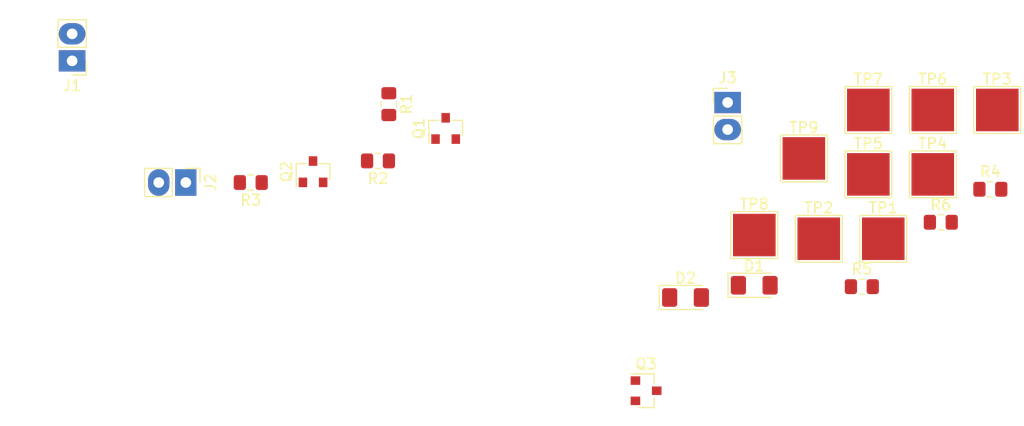
<source format=kicad_pcb>
(kicad_pcb (version 20171130) (host pcbnew "(5.1.5)-3")

  (general
    (thickness 1.6)
    (drawings 0)
    (tracks 0)
    (zones 0)
    (modules 23)
    (nets 13)
  )

  (page A4)
  (layers
    (0 F.Cu signal)
    (31 B.Cu signal)
    (32 B.Adhes user)
    (33 F.Adhes user)
    (34 B.Paste user)
    (35 F.Paste user)
    (36 B.SilkS user)
    (37 F.SilkS user)
    (38 B.Mask user)
    (39 F.Mask user)
    (40 Dwgs.User user)
    (41 Cmts.User user)
    (42 Eco1.User user)
    (43 Eco2.User user)
    (44 Edge.Cuts user)
    (45 Margin user)
    (46 B.CrtYd user)
    (47 F.CrtYd user)
    (48 B.Fab user)
    (49 F.Fab user)
  )

  (setup
    (last_trace_width 0.25)
    (trace_clearance 0.2)
    (zone_clearance 0.508)
    (zone_45_only no)
    (trace_min 0.2)
    (via_size 0.8)
    (via_drill 0.4)
    (via_min_size 0.4)
    (via_min_drill 0.3)
    (uvia_size 0.3)
    (uvia_drill 0.1)
    (uvias_allowed no)
    (uvia_min_size 0.2)
    (uvia_min_drill 0.1)
    (edge_width 0.05)
    (segment_width 0.2)
    (pcb_text_width 0.3)
    (pcb_text_size 1.5 1.5)
    (mod_edge_width 0.12)
    (mod_text_size 1 1)
    (mod_text_width 0.15)
    (pad_size 1.524 1.524)
    (pad_drill 0.762)
    (pad_to_mask_clearance 0.051)
    (solder_mask_min_width 0.25)
    (aux_axis_origin 0 0)
    (visible_elements FFFFFF7F)
    (pcbplotparams
      (layerselection 0x010fc_ffffffff)
      (usegerberextensions false)
      (usegerberattributes false)
      (usegerberadvancedattributes false)
      (creategerberjobfile false)
      (excludeedgelayer true)
      (linewidth 0.100000)
      (plotframeref false)
      (viasonmask false)
      (mode 1)
      (useauxorigin false)
      (hpglpennumber 1)
      (hpglpenspeed 20)
      (hpglpendiameter 15.000000)
      (psnegative false)
      (psa4output false)
      (plotreference true)
      (plotvalue true)
      (plotinvisibletext false)
      (padsonsilk false)
      (subtractmaskfromsilk false)
      (outputformat 1)
      (mirror false)
      (drillshape 1)
      (scaleselection 1)
      (outputdirectory ""))
  )

  (net 0 "")
  (net 1 "Net-(D1-Pad2)")
  (net 2 GND)
  (net 3 "Net-(D2-Pad2)")
  (net 4 +12V)
  (net 5 "Net-(J2-Pad1)")
  (net 6 "Net-(J3-Pad1)")
  (net 7 "Net-(Q1-Pad1)")
  (net 8 "Net-(Q2-Pad1)")
  (net 9 "Net-(Q3-Pad2)")
  (net 10 "Net-(Q1-Pad3)")
  (net 11 "Net-(Q2-Pad3)")
  (net 12 "Net-(Q3-Pad1)")

  (net_class Default "Toto je výchozí třída sítě."
    (clearance 0.2)
    (trace_width 0.25)
    (via_dia 0.8)
    (via_drill 0.4)
    (uvia_dia 0.3)
    (uvia_drill 0.1)
    (add_net +12V)
    (add_net GND)
    (add_net "Net-(D1-Pad2)")
    (add_net "Net-(D2-Pad2)")
    (add_net "Net-(J2-Pad1)")
    (add_net "Net-(J3-Pad1)")
    (add_net "Net-(Q1-Pad1)")
    (add_net "Net-(Q1-Pad3)")
    (add_net "Net-(Q2-Pad1)")
    (add_net "Net-(Q2-Pad3)")
    (add_net "Net-(Q3-Pad1)")
    (add_net "Net-(Q3-Pad2)")
  )

  (module Package_TO_SOT_SMD:SOT-23 (layer F.Cu) (tedit 5A02FF57) (tstamp 601022C2)
    (at 141.996 143.002)
    (descr "SOT-23, Standard")
    (tags SOT-23)
    (path /601128A3)
    (attr smd)
    (fp_text reference Q3 (at 0 -2.5) (layer F.SilkS)
      (effects (font (size 1 1) (thickness 0.15)))
    )
    (fp_text value BC817 (at 0 2.5) (layer F.Fab)
      (effects (font (size 1 1) (thickness 0.15)))
    )
    (fp_line (start 0.76 1.58) (end -0.7 1.58) (layer F.SilkS) (width 0.12))
    (fp_line (start 0.76 -1.58) (end -1.4 -1.58) (layer F.SilkS) (width 0.12))
    (fp_line (start -1.7 1.75) (end -1.7 -1.75) (layer F.CrtYd) (width 0.05))
    (fp_line (start 1.7 1.75) (end -1.7 1.75) (layer F.CrtYd) (width 0.05))
    (fp_line (start 1.7 -1.75) (end 1.7 1.75) (layer F.CrtYd) (width 0.05))
    (fp_line (start -1.7 -1.75) (end 1.7 -1.75) (layer F.CrtYd) (width 0.05))
    (fp_line (start 0.76 -1.58) (end 0.76 -0.65) (layer F.SilkS) (width 0.12))
    (fp_line (start 0.76 1.58) (end 0.76 0.65) (layer F.SilkS) (width 0.12))
    (fp_line (start -0.7 1.52) (end 0.7 1.52) (layer F.Fab) (width 0.1))
    (fp_line (start 0.7 -1.52) (end 0.7 1.52) (layer F.Fab) (width 0.1))
    (fp_line (start -0.7 -0.95) (end -0.15 -1.52) (layer F.Fab) (width 0.1))
    (fp_line (start -0.15 -1.52) (end 0.7 -1.52) (layer F.Fab) (width 0.1))
    (fp_line (start -0.7 -0.95) (end -0.7 1.5) (layer F.Fab) (width 0.1))
    (fp_text user %R (at 0 0 90) (layer F.Fab)
      (effects (font (size 0.5 0.5) (thickness 0.075)))
    )
    (pad 3 smd rect (at 1 0) (size 0.9 0.8) (layers F.Cu F.Paste F.Mask)
      (net 4 +12V))
    (pad 2 smd rect (at -1 0.95) (size 0.9 0.8) (layers F.Cu F.Paste F.Mask)
      (net 9 "Net-(Q3-Pad2)"))
    (pad 1 smd rect (at -1 -0.95) (size 0.9 0.8) (layers F.Cu F.Paste F.Mask)
      (net 12 "Net-(Q3-Pad1)"))
    (model ${KISYS3DMOD}/Package_TO_SOT_SMD.3dshapes/SOT-23.wrl
      (at (xyz 0 0 0))
      (scale (xyz 1 1 1))
      (rotate (xyz 0 0 0))
    )
  )

  (module Package_TO_SOT_SMD:SOT-23 (layer F.Cu) (tedit 5A02FF57) (tstamp 601022AD)
    (at 110.744 122.428 90)
    (descr "SOT-23, Standard")
    (tags SOT-23)
    (path /60111E0E)
    (attr smd)
    (fp_text reference Q2 (at 0 -2.5 270) (layer F.SilkS)
      (effects (font (size 1 1) (thickness 0.15)))
    )
    (fp_text value BC817 (at 0 2.5 270) (layer F.Fab)
      (effects (font (size 1 1) (thickness 0.15)))
    )
    (fp_line (start 0.76 1.58) (end -0.7 1.58) (layer F.SilkS) (width 0.12))
    (fp_line (start 0.76 -1.58) (end -1.4 -1.58) (layer F.SilkS) (width 0.12))
    (fp_line (start -1.7 1.75) (end -1.7 -1.75) (layer F.CrtYd) (width 0.05))
    (fp_line (start 1.7 1.75) (end -1.7 1.75) (layer F.CrtYd) (width 0.05))
    (fp_line (start 1.7 -1.75) (end 1.7 1.75) (layer F.CrtYd) (width 0.05))
    (fp_line (start -1.7 -1.75) (end 1.7 -1.75) (layer F.CrtYd) (width 0.05))
    (fp_line (start 0.76 -1.58) (end 0.76 -0.65) (layer F.SilkS) (width 0.12))
    (fp_line (start 0.76 1.58) (end 0.76 0.65) (layer F.SilkS) (width 0.12))
    (fp_line (start -0.7 1.52) (end 0.7 1.52) (layer F.Fab) (width 0.1))
    (fp_line (start 0.7 -1.52) (end 0.7 1.52) (layer F.Fab) (width 0.1))
    (fp_line (start -0.7 -0.95) (end -0.15 -1.52) (layer F.Fab) (width 0.1))
    (fp_line (start -0.15 -1.52) (end 0.7 -1.52) (layer F.Fab) (width 0.1))
    (fp_line (start -0.7 -0.95) (end -0.7 1.5) (layer F.Fab) (width 0.1))
    (fp_text user %R (at 0 0 180) (layer F.Fab)
      (effects (font (size 0.5 0.5) (thickness 0.075)))
    )
    (pad 3 smd rect (at 1 0 90) (size 0.9 0.8) (layers F.Cu F.Paste F.Mask)
      (net 11 "Net-(Q2-Pad3)"))
    (pad 2 smd rect (at -1 0.95 90) (size 0.9 0.8) (layers F.Cu F.Paste F.Mask)
      (net 2 GND))
    (pad 1 smd rect (at -1 -0.95 90) (size 0.9 0.8) (layers F.Cu F.Paste F.Mask)
      (net 8 "Net-(Q2-Pad1)"))
    (model ${KISYS3DMOD}/Package_TO_SOT_SMD.3dshapes/SOT-23.wrl
      (at (xyz 0 0 0))
      (scale (xyz 1 1 1))
      (rotate (xyz 0 0 0))
    )
  )

  (module Package_TO_SOT_SMD:SOT-23 (layer F.Cu) (tedit 5A02FF57) (tstamp 60102298)
    (at 123.19 118.364 90)
    (descr "SOT-23, Standard")
    (tags SOT-23)
    (path /6010EEA4)
    (attr smd)
    (fp_text reference Q1 (at 0 -2.5 270) (layer F.SilkS)
      (effects (font (size 1 1) (thickness 0.15)))
    )
    (fp_text value BC807 (at 0 2.5 270) (layer F.Fab)
      (effects (font (size 1 1) (thickness 0.15)))
    )
    (fp_line (start 0.76 1.58) (end -0.7 1.58) (layer F.SilkS) (width 0.12))
    (fp_line (start 0.76 -1.58) (end -1.4 -1.58) (layer F.SilkS) (width 0.12))
    (fp_line (start -1.7 1.75) (end -1.7 -1.75) (layer F.CrtYd) (width 0.05))
    (fp_line (start 1.7 1.75) (end -1.7 1.75) (layer F.CrtYd) (width 0.05))
    (fp_line (start 1.7 -1.75) (end 1.7 1.75) (layer F.CrtYd) (width 0.05))
    (fp_line (start -1.7 -1.75) (end 1.7 -1.75) (layer F.CrtYd) (width 0.05))
    (fp_line (start 0.76 -1.58) (end 0.76 -0.65) (layer F.SilkS) (width 0.12))
    (fp_line (start 0.76 1.58) (end 0.76 0.65) (layer F.SilkS) (width 0.12))
    (fp_line (start -0.7 1.52) (end 0.7 1.52) (layer F.Fab) (width 0.1))
    (fp_line (start 0.7 -1.52) (end 0.7 1.52) (layer F.Fab) (width 0.1))
    (fp_line (start -0.7 -0.95) (end -0.15 -1.52) (layer F.Fab) (width 0.1))
    (fp_line (start -0.15 -1.52) (end 0.7 -1.52) (layer F.Fab) (width 0.1))
    (fp_line (start -0.7 -0.95) (end -0.7 1.5) (layer F.Fab) (width 0.1))
    (fp_text user %R (at 0 0 180) (layer F.Fab)
      (effects (font (size 0.5 0.5) (thickness 0.075)))
    )
    (pad 3 smd rect (at 1 0 90) (size 0.9 0.8) (layers F.Cu F.Paste F.Mask)
      (net 10 "Net-(Q1-Pad3)"))
    (pad 2 smd rect (at -1 0.95 90) (size 0.9 0.8) (layers F.Cu F.Paste F.Mask)
      (net 4 +12V))
    (pad 1 smd rect (at -1 -0.95 90) (size 0.9 0.8) (layers F.Cu F.Paste F.Mask)
      (net 7 "Net-(Q1-Pad1)"))
    (model ${KISYS3DMOD}/Package_TO_SOT_SMD.3dshapes/SOT-23.wrl
      (at (xyz 0 0 0))
      (scale (xyz 1 1 1))
      (rotate (xyz 0 0 0))
    )
  )

  (module TestPoint:TestPoint_Pad_4.0x4.0mm (layer F.Cu) (tedit 5A0F774F) (tstamp 6010134E)
    (at 156.801 121.176)
    (descr "SMD rectangular pad as test Point, square 4.0mm side length")
    (tags "test point SMD pad rectangle square")
    (path /6013FA0F)
    (attr virtual)
    (fp_text reference TP9 (at 0 -2.898) (layer F.SilkS)
      (effects (font (size 1 1) (thickness 0.15)))
    )
    (fp_text value tp (at 0 3.1) (layer F.Fab)
      (effects (font (size 1 1) (thickness 0.15)))
    )
    (fp_line (start 2.5 2.5) (end -2.5 2.5) (layer F.CrtYd) (width 0.05))
    (fp_line (start 2.5 2.5) (end 2.5 -2.5) (layer F.CrtYd) (width 0.05))
    (fp_line (start -2.5 -2.5) (end -2.5 2.5) (layer F.CrtYd) (width 0.05))
    (fp_line (start -2.5 -2.5) (end 2.5 -2.5) (layer F.CrtYd) (width 0.05))
    (fp_line (start -2.2 2.2) (end -2.2 -2.2) (layer F.SilkS) (width 0.12))
    (fp_line (start 2.2 2.2) (end -2.2 2.2) (layer F.SilkS) (width 0.12))
    (fp_line (start 2.2 -2.2) (end 2.2 2.2) (layer F.SilkS) (width 0.12))
    (fp_line (start -2.2 -2.2) (end 2.2 -2.2) (layer F.SilkS) (width 0.12))
    (fp_text user %R (at 0 -2.9) (layer F.Fab)
      (effects (font (size 1 1) (thickness 0.15)))
    )
    (pad 1 smd rect (at 0 0) (size 4 4) (layers F.Cu F.Mask)
      (net 9 "Net-(Q3-Pad2)"))
  )

  (module TestPoint:TestPoint_Pad_4.0x4.0mm (layer F.Cu) (tedit 5A0F774F) (tstamp 60101340)
    (at 152.151 128.376)
    (descr "SMD rectangular pad as test Point, square 4.0mm side length")
    (tags "test point SMD pad rectangle square")
    (path /6013DD56)
    (attr virtual)
    (fp_text reference TP8 (at 0 -2.898) (layer F.SilkS)
      (effects (font (size 1 1) (thickness 0.15)))
    )
    (fp_text value tp (at 0 3.1) (layer F.Fab)
      (effects (font (size 1 1) (thickness 0.15)))
    )
    (fp_line (start 2.5 2.5) (end -2.5 2.5) (layer F.CrtYd) (width 0.05))
    (fp_line (start 2.5 2.5) (end 2.5 -2.5) (layer F.CrtYd) (width 0.05))
    (fp_line (start -2.5 -2.5) (end -2.5 2.5) (layer F.CrtYd) (width 0.05))
    (fp_line (start -2.5 -2.5) (end 2.5 -2.5) (layer F.CrtYd) (width 0.05))
    (fp_line (start -2.2 2.2) (end -2.2 -2.2) (layer F.SilkS) (width 0.12))
    (fp_line (start 2.2 2.2) (end -2.2 2.2) (layer F.SilkS) (width 0.12))
    (fp_line (start 2.2 -2.2) (end 2.2 2.2) (layer F.SilkS) (width 0.12))
    (fp_line (start -2.2 -2.2) (end 2.2 -2.2) (layer F.SilkS) (width 0.12))
    (fp_text user %R (at 0 -2.9) (layer F.Fab)
      (effects (font (size 1 1) (thickness 0.15)))
    )
    (pad 1 smd rect (at 0 0) (size 4 4) (layers F.Cu F.Mask)
      (net 12 "Net-(Q3-Pad1)"))
  )

  (module TestPoint:TestPoint_Pad_4.0x4.0mm (layer F.Cu) (tedit 5A0F774F) (tstamp 60101332)
    (at 162.851 116.626)
    (descr "SMD rectangular pad as test Point, square 4.0mm side length")
    (tags "test point SMD pad rectangle square")
    (path /6013C9F1)
    (attr virtual)
    (fp_text reference TP7 (at 0 -2.898) (layer F.SilkS)
      (effects (font (size 1 1) (thickness 0.15)))
    )
    (fp_text value tp (at 0 3.1) (layer F.Fab)
      (effects (font (size 1 1) (thickness 0.15)))
    )
    (fp_line (start 2.5 2.5) (end -2.5 2.5) (layer F.CrtYd) (width 0.05))
    (fp_line (start 2.5 2.5) (end 2.5 -2.5) (layer F.CrtYd) (width 0.05))
    (fp_line (start -2.5 -2.5) (end -2.5 2.5) (layer F.CrtYd) (width 0.05))
    (fp_line (start -2.5 -2.5) (end 2.5 -2.5) (layer F.CrtYd) (width 0.05))
    (fp_line (start -2.2 2.2) (end -2.2 -2.2) (layer F.SilkS) (width 0.12))
    (fp_line (start 2.2 2.2) (end -2.2 2.2) (layer F.SilkS) (width 0.12))
    (fp_line (start 2.2 -2.2) (end 2.2 2.2) (layer F.SilkS) (width 0.12))
    (fp_line (start -2.2 -2.2) (end 2.2 -2.2) (layer F.SilkS) (width 0.12))
    (fp_text user %R (at 0 -2.9) (layer F.Fab)
      (effects (font (size 1 1) (thickness 0.15)))
    )
    (pad 1 smd rect (at 0 0) (size 4 4) (layers F.Cu F.Mask)
      (net 4 +12V))
  )

  (module TestPoint:TestPoint_Pad_4.0x4.0mm (layer F.Cu) (tedit 5A0F774F) (tstamp 60101324)
    (at 168.901 116.626)
    (descr "SMD rectangular pad as test Point, square 4.0mm side length")
    (tags "test point SMD pad rectangle square")
    (path /6013B97C)
    (attr virtual)
    (fp_text reference TP6 (at 0 -2.898) (layer F.SilkS)
      (effects (font (size 1 1) (thickness 0.15)))
    )
    (fp_text value tp (at 0 3.1) (layer F.Fab)
      (effects (font (size 1 1) (thickness 0.15)))
    )
    (fp_line (start 2.5 2.5) (end -2.5 2.5) (layer F.CrtYd) (width 0.05))
    (fp_line (start 2.5 2.5) (end 2.5 -2.5) (layer F.CrtYd) (width 0.05))
    (fp_line (start -2.5 -2.5) (end -2.5 2.5) (layer F.CrtYd) (width 0.05))
    (fp_line (start -2.5 -2.5) (end 2.5 -2.5) (layer F.CrtYd) (width 0.05))
    (fp_line (start -2.2 2.2) (end -2.2 -2.2) (layer F.SilkS) (width 0.12))
    (fp_line (start 2.2 2.2) (end -2.2 2.2) (layer F.SilkS) (width 0.12))
    (fp_line (start 2.2 -2.2) (end 2.2 2.2) (layer F.SilkS) (width 0.12))
    (fp_line (start -2.2 -2.2) (end 2.2 -2.2) (layer F.SilkS) (width 0.12))
    (fp_text user %R (at 0 -2.9) (layer F.Fab)
      (effects (font (size 1 1) (thickness 0.15)))
    )
    (pad 1 smd rect (at 0 0) (size 4 4) (layers F.Cu F.Mask)
      (net 2 GND))
  )

  (module TestPoint:TestPoint_Pad_4.0x4.0mm (layer F.Cu) (tedit 5A0F774F) (tstamp 60101316)
    (at 162.851 122.676)
    (descr "SMD rectangular pad as test Point, square 4.0mm side length")
    (tags "test point SMD pad rectangle square")
    (path /601319BF)
    (attr virtual)
    (fp_text reference TP5 (at 0 -2.898) (layer F.SilkS)
      (effects (font (size 1 1) (thickness 0.15)))
    )
    (fp_text value tp (at 0 3.1) (layer F.Fab)
      (effects (font (size 1 1) (thickness 0.15)))
    )
    (fp_line (start 2.5 2.5) (end -2.5 2.5) (layer F.CrtYd) (width 0.05))
    (fp_line (start 2.5 2.5) (end 2.5 -2.5) (layer F.CrtYd) (width 0.05))
    (fp_line (start -2.5 -2.5) (end -2.5 2.5) (layer F.CrtYd) (width 0.05))
    (fp_line (start -2.5 -2.5) (end 2.5 -2.5) (layer F.CrtYd) (width 0.05))
    (fp_line (start -2.2 2.2) (end -2.2 -2.2) (layer F.SilkS) (width 0.12))
    (fp_line (start 2.2 2.2) (end -2.2 2.2) (layer F.SilkS) (width 0.12))
    (fp_line (start 2.2 -2.2) (end 2.2 2.2) (layer F.SilkS) (width 0.12))
    (fp_line (start -2.2 -2.2) (end 2.2 -2.2) (layer F.SilkS) (width 0.12))
    (fp_text user %R (at 0 -2.9) (layer F.Fab)
      (effects (font (size 1 1) (thickness 0.15)))
    )
    (pad 1 smd rect (at 0 0) (size 4 4) (layers F.Cu F.Mask)
      (net 8 "Net-(Q2-Pad1)"))
  )

  (module TestPoint:TestPoint_Pad_4.0x4.0mm (layer F.Cu) (tedit 5A0F774F) (tstamp 60101308)
    (at 168.901 122.676)
    (descr "SMD rectangular pad as test Point, square 4.0mm side length")
    (tags "test point SMD pad rectangle square")
    (path /6013A92A)
    (attr virtual)
    (fp_text reference TP4 (at 0 -2.898) (layer F.SilkS)
      (effects (font (size 1 1) (thickness 0.15)))
    )
    (fp_text value tp (at 0 3.1) (layer F.Fab)
      (effects (font (size 1 1) (thickness 0.15)))
    )
    (fp_line (start 2.5 2.5) (end -2.5 2.5) (layer F.CrtYd) (width 0.05))
    (fp_line (start 2.5 2.5) (end 2.5 -2.5) (layer F.CrtYd) (width 0.05))
    (fp_line (start -2.5 -2.5) (end -2.5 2.5) (layer F.CrtYd) (width 0.05))
    (fp_line (start -2.5 -2.5) (end 2.5 -2.5) (layer F.CrtYd) (width 0.05))
    (fp_line (start -2.2 2.2) (end -2.2 -2.2) (layer F.SilkS) (width 0.12))
    (fp_line (start 2.2 2.2) (end -2.2 2.2) (layer F.SilkS) (width 0.12))
    (fp_line (start 2.2 -2.2) (end 2.2 2.2) (layer F.SilkS) (width 0.12))
    (fp_line (start -2.2 -2.2) (end 2.2 -2.2) (layer F.SilkS) (width 0.12))
    (fp_text user %R (at 0 -2.9) (layer F.Fab)
      (effects (font (size 1 1) (thickness 0.15)))
    )
    (pad 1 smd rect (at 0 0) (size 4 4) (layers F.Cu F.Mask)
      (net 10 "Net-(Q1-Pad3)"))
  )

  (module TestPoint:TestPoint_Pad_4.0x4.0mm (layer F.Cu) (tedit 5A0F774F) (tstamp 601012FA)
    (at 174.951 116.626)
    (descr "SMD rectangular pad as test Point, square 4.0mm side length")
    (tags "test point SMD pad rectangle square")
    (path /60137567)
    (attr virtual)
    (fp_text reference TP3 (at 0 -2.898) (layer F.SilkS)
      (effects (font (size 1 1) (thickness 0.15)))
    )
    (fp_text value tp (at 0 3.1) (layer F.Fab)
      (effects (font (size 1 1) (thickness 0.15)))
    )
    (fp_line (start 2.5 2.5) (end -2.5 2.5) (layer F.CrtYd) (width 0.05))
    (fp_line (start 2.5 2.5) (end 2.5 -2.5) (layer F.CrtYd) (width 0.05))
    (fp_line (start -2.5 -2.5) (end -2.5 2.5) (layer F.CrtYd) (width 0.05))
    (fp_line (start -2.5 -2.5) (end 2.5 -2.5) (layer F.CrtYd) (width 0.05))
    (fp_line (start -2.2 2.2) (end -2.2 -2.2) (layer F.SilkS) (width 0.12))
    (fp_line (start 2.2 2.2) (end -2.2 2.2) (layer F.SilkS) (width 0.12))
    (fp_line (start 2.2 -2.2) (end 2.2 2.2) (layer F.SilkS) (width 0.12))
    (fp_line (start -2.2 -2.2) (end 2.2 -2.2) (layer F.SilkS) (width 0.12))
    (fp_text user %R (at 0 -2.9) (layer F.Fab)
      (effects (font (size 1 1) (thickness 0.15)))
    )
    (pad 1 smd rect (at 0 0) (size 4 4) (layers F.Cu F.Mask)
      (net 11 "Net-(Q2-Pad3)"))
  )

  (module TestPoint:TestPoint_Pad_4.0x4.0mm (layer F.Cu) (tedit 5A0F774F) (tstamp 601012EC)
    (at 158.201 128.726)
    (descr "SMD rectangular pad as test Point, square 4.0mm side length")
    (tags "test point SMD pad rectangle square")
    (path /601397F3)
    (attr virtual)
    (fp_text reference TP2 (at 0 -2.898) (layer F.SilkS)
      (effects (font (size 1 1) (thickness 0.15)))
    )
    (fp_text value tp (at 0 3.1) (layer F.Fab)
      (effects (font (size 1 1) (thickness 0.15)))
    )
    (fp_line (start 2.5 2.5) (end -2.5 2.5) (layer F.CrtYd) (width 0.05))
    (fp_line (start 2.5 2.5) (end 2.5 -2.5) (layer F.CrtYd) (width 0.05))
    (fp_line (start -2.5 -2.5) (end -2.5 2.5) (layer F.CrtYd) (width 0.05))
    (fp_line (start -2.5 -2.5) (end 2.5 -2.5) (layer F.CrtYd) (width 0.05))
    (fp_line (start -2.2 2.2) (end -2.2 -2.2) (layer F.SilkS) (width 0.12))
    (fp_line (start 2.2 2.2) (end -2.2 2.2) (layer F.SilkS) (width 0.12))
    (fp_line (start 2.2 -2.2) (end 2.2 2.2) (layer F.SilkS) (width 0.12))
    (fp_line (start -2.2 -2.2) (end 2.2 -2.2) (layer F.SilkS) (width 0.12))
    (fp_text user %R (at 0 -2.9) (layer F.Fab)
      (effects (font (size 1 1) (thickness 0.15)))
    )
    (pad 1 smd rect (at 0 0) (size 4 4) (layers F.Cu F.Mask)
      (net 7 "Net-(Q1-Pad1)"))
  )

  (module TestPoint:TestPoint_Pad_4.0x4.0mm (layer F.Cu) (tedit 5A0F774F) (tstamp 601012DE)
    (at 164.251 128.726)
    (descr "SMD rectangular pad as test Point, square 4.0mm side length")
    (tags "test point SMD pad rectangle square")
    (path /601384FB)
    (attr virtual)
    (fp_text reference TP1 (at 0 -2.898) (layer F.SilkS)
      (effects (font (size 1 1) (thickness 0.15)))
    )
    (fp_text value tp (at 0 3.1) (layer F.Fab)
      (effects (font (size 1 1) (thickness 0.15)))
    )
    (fp_line (start 2.5 2.5) (end -2.5 2.5) (layer F.CrtYd) (width 0.05))
    (fp_line (start 2.5 2.5) (end 2.5 -2.5) (layer F.CrtYd) (width 0.05))
    (fp_line (start -2.5 -2.5) (end -2.5 2.5) (layer F.CrtYd) (width 0.05))
    (fp_line (start -2.5 -2.5) (end 2.5 -2.5) (layer F.CrtYd) (width 0.05))
    (fp_line (start -2.2 2.2) (end -2.2 -2.2) (layer F.SilkS) (width 0.12))
    (fp_line (start 2.2 2.2) (end -2.2 2.2) (layer F.SilkS) (width 0.12))
    (fp_line (start 2.2 -2.2) (end 2.2 2.2) (layer F.SilkS) (width 0.12))
    (fp_line (start -2.2 -2.2) (end 2.2 -2.2) (layer F.SilkS) (width 0.12))
    (fp_text user %R (at 0 -2.9) (layer F.Fab)
      (effects (font (size 1 1) (thickness 0.15)))
    )
    (pad 1 smd rect (at 0 0) (size 4 4) (layers F.Cu F.Mask)
      (net 4 +12V))
  )

  (module Resistor_SMD:R_0805_2012Metric_Pad1.15x1.40mm_HandSolder (layer F.Cu) (tedit 5B36C52B) (tstamp 601012D0)
    (at 169.651 127.176)
    (descr "Resistor SMD 0805 (2012 Metric), square (rectangular) end terminal, IPC_7351 nominal with elongated pad for handsoldering. (Body size source: https://docs.google.com/spreadsheets/d/1BsfQQcO9C6DZCsRaXUlFlo91Tg2WpOkGARC1WS5S8t0/edit?usp=sharing), generated with kicad-footprint-generator")
    (tags "resistor handsolder")
    (path /6012A8F4)
    (attr smd)
    (fp_text reference R6 (at 0 -1.65) (layer F.SilkS)
      (effects (font (size 1 1) (thickness 0.15)))
    )
    (fp_text value R (at 0 1.65) (layer F.Fab)
      (effects (font (size 1 1) (thickness 0.15)))
    )
    (fp_text user %R (at 0 0) (layer F.Fab)
      (effects (font (size 0.5 0.5) (thickness 0.08)))
    )
    (fp_line (start 1.85 0.95) (end -1.85 0.95) (layer F.CrtYd) (width 0.05))
    (fp_line (start 1.85 -0.95) (end 1.85 0.95) (layer F.CrtYd) (width 0.05))
    (fp_line (start -1.85 -0.95) (end 1.85 -0.95) (layer F.CrtYd) (width 0.05))
    (fp_line (start -1.85 0.95) (end -1.85 -0.95) (layer F.CrtYd) (width 0.05))
    (fp_line (start -0.261252 0.71) (end 0.261252 0.71) (layer F.SilkS) (width 0.12))
    (fp_line (start -0.261252 -0.71) (end 0.261252 -0.71) (layer F.SilkS) (width 0.12))
    (fp_line (start 1 0.6) (end -1 0.6) (layer F.Fab) (width 0.1))
    (fp_line (start 1 -0.6) (end 1 0.6) (layer F.Fab) (width 0.1))
    (fp_line (start -1 -0.6) (end 1 -0.6) (layer F.Fab) (width 0.1))
    (fp_line (start -1 0.6) (end -1 -0.6) (layer F.Fab) (width 0.1))
    (pad 2 smd roundrect (at 1.025 0) (size 1.15 1.4) (layers F.Cu F.Paste F.Mask) (roundrect_rratio 0.217391)
      (net 3 "Net-(D2-Pad2)"))
    (pad 1 smd roundrect (at -1.025 0) (size 1.15 1.4) (layers F.Cu F.Paste F.Mask) (roundrect_rratio 0.217391)
      (net 9 "Net-(Q3-Pad2)"))
    (model ${KISYS3DMOD}/Resistor_SMD.3dshapes/R_0805_2012Metric.wrl
      (at (xyz 0 0 0))
      (scale (xyz 1 1 1))
      (rotate (xyz 0 0 0))
    )
  )

  (module Resistor_SMD:R_0805_2012Metric_Pad1.15x1.40mm_HandSolder (layer F.Cu) (tedit 5B36C52B) (tstamp 601012BF)
    (at 162.241 133.226)
    (descr "Resistor SMD 0805 (2012 Metric), square (rectangular) end terminal, IPC_7351 nominal with elongated pad for handsoldering. (Body size source: https://docs.google.com/spreadsheets/d/1BsfQQcO9C6DZCsRaXUlFlo91Tg2WpOkGARC1WS5S8t0/edit?usp=sharing), generated with kicad-footprint-generator")
    (tags "resistor handsolder")
    (path /601265A1)
    (attr smd)
    (fp_text reference R5 (at 0 -1.65) (layer F.SilkS)
      (effects (font (size 1 1) (thickness 0.15)))
    )
    (fp_text value R (at 0 1.65) (layer F.Fab)
      (effects (font (size 1 1) (thickness 0.15)))
    )
    (fp_text user %R (at 0 0) (layer F.Fab)
      (effects (font (size 0.5 0.5) (thickness 0.08)))
    )
    (fp_line (start 1.85 0.95) (end -1.85 0.95) (layer F.CrtYd) (width 0.05))
    (fp_line (start 1.85 -0.95) (end 1.85 0.95) (layer F.CrtYd) (width 0.05))
    (fp_line (start -1.85 -0.95) (end 1.85 -0.95) (layer F.CrtYd) (width 0.05))
    (fp_line (start -1.85 0.95) (end -1.85 -0.95) (layer F.CrtYd) (width 0.05))
    (fp_line (start -0.261252 0.71) (end 0.261252 0.71) (layer F.SilkS) (width 0.12))
    (fp_line (start -0.261252 -0.71) (end 0.261252 -0.71) (layer F.SilkS) (width 0.12))
    (fp_line (start 1 0.6) (end -1 0.6) (layer F.Fab) (width 0.1))
    (fp_line (start 1 -0.6) (end 1 0.6) (layer F.Fab) (width 0.1))
    (fp_line (start -1 -0.6) (end 1 -0.6) (layer F.Fab) (width 0.1))
    (fp_line (start -1 0.6) (end -1 -0.6) (layer F.Fab) (width 0.1))
    (pad 2 smd roundrect (at 1.025 0) (size 1.15 1.4) (layers F.Cu F.Paste F.Mask) (roundrect_rratio 0.217391)
      (net 6 "Net-(J3-Pad1)"))
    (pad 1 smd roundrect (at -1.025 0) (size 1.15 1.4) (layers F.Cu F.Paste F.Mask) (roundrect_rratio 0.217391)
      (net 12 "Net-(Q3-Pad1)"))
    (model ${KISYS3DMOD}/Resistor_SMD.3dshapes/R_0805_2012Metric.wrl
      (at (xyz 0 0 0))
      (scale (xyz 1 1 1))
      (rotate (xyz 0 0 0))
    )
  )

  (module Resistor_SMD:R_0805_2012Metric_Pad1.15x1.40mm_HandSolder (layer F.Cu) (tedit 5B36C52B) (tstamp 601012AE)
    (at 174.301 124.076)
    (descr "Resistor SMD 0805 (2012 Metric), square (rectangular) end terminal, IPC_7351 nominal with elongated pad for handsoldering. (Body size source: https://docs.google.com/spreadsheets/d/1BsfQQcO9C6DZCsRaXUlFlo91Tg2WpOkGARC1WS5S8t0/edit?usp=sharing), generated with kicad-footprint-generator")
    (tags "resistor handsolder")
    (path /600F658C)
    (attr smd)
    (fp_text reference R4 (at 0 -1.65) (layer F.SilkS)
      (effects (font (size 1 1) (thickness 0.15)))
    )
    (fp_text value R (at 0 1.65) (layer F.Fab)
      (effects (font (size 1 1) (thickness 0.15)))
    )
    (fp_text user %R (at 0 0) (layer F.Fab)
      (effects (font (size 0.5 0.5) (thickness 0.08)))
    )
    (fp_line (start 1.85 0.95) (end -1.85 0.95) (layer F.CrtYd) (width 0.05))
    (fp_line (start 1.85 -0.95) (end 1.85 0.95) (layer F.CrtYd) (width 0.05))
    (fp_line (start -1.85 -0.95) (end 1.85 -0.95) (layer F.CrtYd) (width 0.05))
    (fp_line (start -1.85 0.95) (end -1.85 -0.95) (layer F.CrtYd) (width 0.05))
    (fp_line (start -0.261252 0.71) (end 0.261252 0.71) (layer F.SilkS) (width 0.12))
    (fp_line (start -0.261252 -0.71) (end 0.261252 -0.71) (layer F.SilkS) (width 0.12))
    (fp_line (start 1 0.6) (end -1 0.6) (layer F.Fab) (width 0.1))
    (fp_line (start 1 -0.6) (end 1 0.6) (layer F.Fab) (width 0.1))
    (fp_line (start -1 -0.6) (end 1 -0.6) (layer F.Fab) (width 0.1))
    (fp_line (start -1 0.6) (end -1 -0.6) (layer F.Fab) (width 0.1))
    (pad 2 smd roundrect (at 1.025 0) (size 1.15 1.4) (layers F.Cu F.Paste F.Mask) (roundrect_rratio 0.217391)
      (net 1 "Net-(D1-Pad2)"))
    (pad 1 smd roundrect (at -1.025 0) (size 1.15 1.4) (layers F.Cu F.Paste F.Mask) (roundrect_rratio 0.217391)
      (net 10 "Net-(Q1-Pad3)"))
    (model ${KISYS3DMOD}/Resistor_SMD.3dshapes/R_0805_2012Metric.wrl
      (at (xyz 0 0 0))
      (scale (xyz 1 1 1))
      (rotate (xyz 0 0 0))
    )
  )

  (module Resistor_SMD:R_0805_2012Metric_Pad1.15x1.40mm_HandSolder (layer F.Cu) (tedit 5B36C52B) (tstamp 6010129D)
    (at 104.902 123.444 180)
    (descr "Resistor SMD 0805 (2012 Metric), square (rectangular) end terminal, IPC_7351 nominal with elongated pad for handsoldering. (Body size source: https://docs.google.com/spreadsheets/d/1BsfQQcO9C6DZCsRaXUlFlo91Tg2WpOkGARC1WS5S8t0/edit?usp=sharing), generated with kicad-footprint-generator")
    (tags "resistor handsolder")
    (path /600F6AC2)
    (attr smd)
    (fp_text reference R3 (at 0 -1.65) (layer F.SilkS)
      (effects (font (size 1 1) (thickness 0.15)))
    )
    (fp_text value R (at 0 1.65) (layer F.Fab)
      (effects (font (size 1 1) (thickness 0.15)))
    )
    (fp_text user %R (at 0 0) (layer F.Fab)
      (effects (font (size 0.5 0.5) (thickness 0.08)))
    )
    (fp_line (start 1.85 0.95) (end -1.85 0.95) (layer F.CrtYd) (width 0.05))
    (fp_line (start 1.85 -0.95) (end 1.85 0.95) (layer F.CrtYd) (width 0.05))
    (fp_line (start -1.85 -0.95) (end 1.85 -0.95) (layer F.CrtYd) (width 0.05))
    (fp_line (start -1.85 0.95) (end -1.85 -0.95) (layer F.CrtYd) (width 0.05))
    (fp_line (start -0.261252 0.71) (end 0.261252 0.71) (layer F.SilkS) (width 0.12))
    (fp_line (start -0.261252 -0.71) (end 0.261252 -0.71) (layer F.SilkS) (width 0.12))
    (fp_line (start 1 0.6) (end -1 0.6) (layer F.Fab) (width 0.1))
    (fp_line (start 1 -0.6) (end 1 0.6) (layer F.Fab) (width 0.1))
    (fp_line (start -1 -0.6) (end 1 -0.6) (layer F.Fab) (width 0.1))
    (fp_line (start -1 0.6) (end -1 -0.6) (layer F.Fab) (width 0.1))
    (pad 2 smd roundrect (at 1.025 0 180) (size 1.15 1.4) (layers F.Cu F.Paste F.Mask) (roundrect_rratio 0.217391)
      (net 5 "Net-(J2-Pad1)"))
    (pad 1 smd roundrect (at -1.025 0 180) (size 1.15 1.4) (layers F.Cu F.Paste F.Mask) (roundrect_rratio 0.217391)
      (net 8 "Net-(Q2-Pad1)"))
    (model ${KISYS3DMOD}/Resistor_SMD.3dshapes/R_0805_2012Metric.wrl
      (at (xyz 0 0 0))
      (scale (xyz 1 1 1))
      (rotate (xyz 0 0 0))
    )
  )

  (module Resistor_SMD:R_0805_2012Metric_Pad1.15x1.40mm_HandSolder (layer F.Cu) (tedit 5B36C52B) (tstamp 6010128C)
    (at 116.84 121.412 180)
    (descr "Resistor SMD 0805 (2012 Metric), square (rectangular) end terminal, IPC_7351 nominal with elongated pad for handsoldering. (Body size source: https://docs.google.com/spreadsheets/d/1BsfQQcO9C6DZCsRaXUlFlo91Tg2WpOkGARC1WS5S8t0/edit?usp=sharing), generated with kicad-footprint-generator")
    (tags "resistor handsolder")
    (path /600F4F76)
    (attr smd)
    (fp_text reference R2 (at 0 -1.65) (layer F.SilkS)
      (effects (font (size 1 1) (thickness 0.15)))
    )
    (fp_text value R (at 0 1.65) (layer F.Fab)
      (effects (font (size 1 1) (thickness 0.15)))
    )
    (fp_text user %R (at 0 0) (layer F.Fab)
      (effects (font (size 0.5 0.5) (thickness 0.08)))
    )
    (fp_line (start 1.85 0.95) (end -1.85 0.95) (layer F.CrtYd) (width 0.05))
    (fp_line (start 1.85 -0.95) (end 1.85 0.95) (layer F.CrtYd) (width 0.05))
    (fp_line (start -1.85 -0.95) (end 1.85 -0.95) (layer F.CrtYd) (width 0.05))
    (fp_line (start -1.85 0.95) (end -1.85 -0.95) (layer F.CrtYd) (width 0.05))
    (fp_line (start -0.261252 0.71) (end 0.261252 0.71) (layer F.SilkS) (width 0.12))
    (fp_line (start -0.261252 -0.71) (end 0.261252 -0.71) (layer F.SilkS) (width 0.12))
    (fp_line (start 1 0.6) (end -1 0.6) (layer F.Fab) (width 0.1))
    (fp_line (start 1 -0.6) (end 1 0.6) (layer F.Fab) (width 0.1))
    (fp_line (start -1 -0.6) (end 1 -0.6) (layer F.Fab) (width 0.1))
    (fp_line (start -1 0.6) (end -1 -0.6) (layer F.Fab) (width 0.1))
    (pad 2 smd roundrect (at 1.025 0 180) (size 1.15 1.4) (layers F.Cu F.Paste F.Mask) (roundrect_rratio 0.217391)
      (net 11 "Net-(Q2-Pad3)"))
    (pad 1 smd roundrect (at -1.025 0 180) (size 1.15 1.4) (layers F.Cu F.Paste F.Mask) (roundrect_rratio 0.217391)
      (net 7 "Net-(Q1-Pad1)"))
    (model ${KISYS3DMOD}/Resistor_SMD.3dshapes/R_0805_2012Metric.wrl
      (at (xyz 0 0 0))
      (scale (xyz 1 1 1))
      (rotate (xyz 0 0 0))
    )
  )

  (module Resistor_SMD:R_0805_2012Metric_Pad1.15x1.40mm_HandSolder (layer F.Cu) (tedit 5B36C52B) (tstamp 6010127B)
    (at 117.856 116.078 270)
    (descr "Resistor SMD 0805 (2012 Metric), square (rectangular) end terminal, IPC_7351 nominal with elongated pad for handsoldering. (Body size source: https://docs.google.com/spreadsheets/d/1BsfQQcO9C6DZCsRaXUlFlo91Tg2WpOkGARC1WS5S8t0/edit?usp=sharing), generated with kicad-footprint-generator")
    (tags "resistor handsolder")
    (path /600F5AE2)
    (attr smd)
    (fp_text reference R1 (at 0 -1.65 270) (layer F.SilkS)
      (effects (font (size 1 1) (thickness 0.15)))
    )
    (fp_text value R (at 0 1.65 270) (layer F.Fab)
      (effects (font (size 1 1) (thickness 0.15)))
    )
    (fp_text user %R (at 0 0 270) (layer F.Fab)
      (effects (font (size 0.5 0.5) (thickness 0.08)))
    )
    (fp_line (start 1.85 0.95) (end -1.85 0.95) (layer F.CrtYd) (width 0.05))
    (fp_line (start 1.85 -0.95) (end 1.85 0.95) (layer F.CrtYd) (width 0.05))
    (fp_line (start -1.85 -0.95) (end 1.85 -0.95) (layer F.CrtYd) (width 0.05))
    (fp_line (start -1.85 0.95) (end -1.85 -0.95) (layer F.CrtYd) (width 0.05))
    (fp_line (start -0.261252 0.71) (end 0.261252 0.71) (layer F.SilkS) (width 0.12))
    (fp_line (start -0.261252 -0.71) (end 0.261252 -0.71) (layer F.SilkS) (width 0.12))
    (fp_line (start 1 0.6) (end -1 0.6) (layer F.Fab) (width 0.1))
    (fp_line (start 1 -0.6) (end 1 0.6) (layer F.Fab) (width 0.1))
    (fp_line (start -1 -0.6) (end 1 -0.6) (layer F.Fab) (width 0.1))
    (fp_line (start -1 0.6) (end -1 -0.6) (layer F.Fab) (width 0.1))
    (pad 2 smd roundrect (at 1.025 0 270) (size 1.15 1.4) (layers F.Cu F.Paste F.Mask) (roundrect_rratio 0.217391)
      (net 7 "Net-(Q1-Pad1)"))
    (pad 1 smd roundrect (at -1.025 0 270) (size 1.15 1.4) (layers F.Cu F.Paste F.Mask) (roundrect_rratio 0.217391)
      (net 4 +12V))
    (model ${KISYS3DMOD}/Resistor_SMD.3dshapes/R_0805_2012Metric.wrl
      (at (xyz 0 0 0))
      (scale (xyz 1 1 1))
      (rotate (xyz 0 0 0))
    )
  )

  (module LPouzdra:AR_PinHeader_1x02_P2.54mm_Vertical (layer F.Cu) (tedit 60021612) (tstamp 6010122B)
    (at 149.651 115.926)
    (descr "Through hole straight pin header, 1x02, 2.54mm pitch, single row")
    (tags "Through hole pin header THT 1x02 2.54mm single row")
    (path /601265AB)
    (fp_text reference J3 (at 0 -2.33) (layer F.SilkS)
      (effects (font (size 1 1) (thickness 0.15)))
    )
    (fp_text value Conn_01x02_Male (at 0 4.87) (layer F.Fab)
      (effects (font (size 1 1) (thickness 0.15)))
    )
    (fp_text user %R (at 0 1.27 90) (layer F.Fab)
      (effects (font (size 1 1) (thickness 0.15)))
    )
    (fp_line (start 1.8 -1.8) (end -1.8 -1.8) (layer F.CrtYd) (width 0.05))
    (fp_line (start 1.8 4.35) (end 1.8 -1.8) (layer F.CrtYd) (width 0.05))
    (fp_line (start -1.8 4.35) (end 1.8 4.35) (layer F.CrtYd) (width 0.05))
    (fp_line (start -1.8 -1.8) (end -1.8 4.35) (layer F.CrtYd) (width 0.05))
    (fp_line (start -1.33 -1.33) (end 0 -1.33) (layer F.SilkS) (width 0.12))
    (fp_line (start -1.33 0) (end -1.33 -1.33) (layer F.SilkS) (width 0.12))
    (fp_line (start -1.33 1.27) (end 1.33 1.27) (layer F.SilkS) (width 0.12))
    (fp_line (start 1.33 1.27) (end 1.33 3.87) (layer F.SilkS) (width 0.12))
    (fp_line (start -1.33 1.27) (end -1.33 3.87) (layer F.SilkS) (width 0.12))
    (fp_line (start -1.33 3.87) (end 1.33 3.87) (layer F.SilkS) (width 0.12))
    (fp_line (start -1.27 -0.635) (end -0.635 -1.27) (layer F.Fab) (width 0.1))
    (fp_line (start -1.27 3.81) (end -1.27 -0.635) (layer F.Fab) (width 0.1))
    (fp_line (start 1.27 3.81) (end -1.27 3.81) (layer F.Fab) (width 0.1))
    (fp_line (start 1.27 -1.27) (end 1.27 3.81) (layer F.Fab) (width 0.1))
    (fp_line (start -0.635 -1.27) (end 1.27 -1.27) (layer F.Fab) (width 0.1))
    (pad 2 thru_hole oval (at 0 2.54) (size 2.5 2) (drill 1) (layers *.Cu *.Mask)
      (net 4 +12V))
    (pad 1 thru_hole rect (at 0 0) (size 2.5 2) (drill 1) (layers *.Cu *.Mask)
      (net 6 "Net-(J3-Pad1)"))
    (model ${KISYS3DMOD}/Connector_PinHeader_2.54mm.3dshapes/PinHeader_1x02_P2.54mm_Vertical.wrl
      (at (xyz 0 0 0))
      (scale (xyz 1 1 1))
      (rotate (xyz 0 0 0))
    )
  )

  (module LPouzdra:AR_PinHeader_1x02_P2.54mm_Vertical (layer F.Cu) (tedit 60021612) (tstamp 60101663)
    (at 98.806 123.444 270)
    (descr "Through hole straight pin header, 1x02, 2.54mm pitch, single row")
    (tags "Through hole pin header THT 1x02 2.54mm single row")
    (path /601037E3)
    (fp_text reference J2 (at 0 -2.33 90) (layer F.SilkS)
      (effects (font (size 1 1) (thickness 0.15)))
    )
    (fp_text value Conn_01x02_Male (at 0 4.87 90) (layer F.Fab)
      (effects (font (size 1 1) (thickness 0.15)))
    )
    (fp_text user %R (at 0 1.27) (layer F.Fab)
      (effects (font (size 1 1) (thickness 0.15)))
    )
    (fp_line (start 1.8 -1.8) (end -1.8 -1.8) (layer F.CrtYd) (width 0.05))
    (fp_line (start 1.8 4.35) (end 1.8 -1.8) (layer F.CrtYd) (width 0.05))
    (fp_line (start -1.8 4.35) (end 1.8 4.35) (layer F.CrtYd) (width 0.05))
    (fp_line (start -1.8 -1.8) (end -1.8 4.35) (layer F.CrtYd) (width 0.05))
    (fp_line (start -1.33 -1.33) (end 0 -1.33) (layer F.SilkS) (width 0.12))
    (fp_line (start -1.33 0) (end -1.33 -1.33) (layer F.SilkS) (width 0.12))
    (fp_line (start -1.33 1.27) (end 1.33 1.27) (layer F.SilkS) (width 0.12))
    (fp_line (start 1.33 1.27) (end 1.33 3.87) (layer F.SilkS) (width 0.12))
    (fp_line (start -1.33 1.27) (end -1.33 3.87) (layer F.SilkS) (width 0.12))
    (fp_line (start -1.33 3.87) (end 1.33 3.87) (layer F.SilkS) (width 0.12))
    (fp_line (start -1.27 -0.635) (end -0.635 -1.27) (layer F.Fab) (width 0.1))
    (fp_line (start -1.27 3.81) (end -1.27 -0.635) (layer F.Fab) (width 0.1))
    (fp_line (start 1.27 3.81) (end -1.27 3.81) (layer F.Fab) (width 0.1))
    (fp_line (start 1.27 -1.27) (end 1.27 3.81) (layer F.Fab) (width 0.1))
    (fp_line (start -0.635 -1.27) (end 1.27 -1.27) (layer F.Fab) (width 0.1))
    (pad 2 thru_hole oval (at 0 2.54 270) (size 2.5 2) (drill 1) (layers *.Cu *.Mask)
      (net 4 +12V))
    (pad 1 thru_hole rect (at 0 0 270) (size 2.5 2) (drill 1) (layers *.Cu *.Mask)
      (net 5 "Net-(J2-Pad1)"))
    (model ${KISYS3DMOD}/Connector_PinHeader_2.54mm.3dshapes/PinHeader_1x02_P2.54mm_Vertical.wrl
      (at (xyz 0 0 0))
      (scale (xyz 1 1 1))
      (rotate (xyz 0 0 0))
    )
  )

  (module LPouzdra:AR_PinHeader_1x02_P2.54mm_Vertical (layer F.Cu) (tedit 60021612) (tstamp 601011FF)
    (at 88.138 112.014 180)
    (descr "Through hole straight pin header, 1x02, 2.54mm pitch, single row")
    (tags "Through hole pin header THT 1x02 2.54mm single row")
    (path /6010547E)
    (fp_text reference J1 (at 0 -2.33) (layer F.SilkS)
      (effects (font (size 1 1) (thickness 0.15)))
    )
    (fp_text value Conn_01x02_Male (at 0 4.87) (layer F.Fab)
      (effects (font (size 1 1) (thickness 0.15)))
    )
    (fp_text user %R (at 0 1.27 90) (layer F.Fab)
      (effects (font (size 1 1) (thickness 0.15)))
    )
    (fp_line (start 1.8 -1.8) (end -1.8 -1.8) (layer F.CrtYd) (width 0.05))
    (fp_line (start 1.8 4.35) (end 1.8 -1.8) (layer F.CrtYd) (width 0.05))
    (fp_line (start -1.8 4.35) (end 1.8 4.35) (layer F.CrtYd) (width 0.05))
    (fp_line (start -1.8 -1.8) (end -1.8 4.35) (layer F.CrtYd) (width 0.05))
    (fp_line (start -1.33 -1.33) (end 0 -1.33) (layer F.SilkS) (width 0.12))
    (fp_line (start -1.33 0) (end -1.33 -1.33) (layer F.SilkS) (width 0.12))
    (fp_line (start -1.33 1.27) (end 1.33 1.27) (layer F.SilkS) (width 0.12))
    (fp_line (start 1.33 1.27) (end 1.33 3.87) (layer F.SilkS) (width 0.12))
    (fp_line (start -1.33 1.27) (end -1.33 3.87) (layer F.SilkS) (width 0.12))
    (fp_line (start -1.33 3.87) (end 1.33 3.87) (layer F.SilkS) (width 0.12))
    (fp_line (start -1.27 -0.635) (end -0.635 -1.27) (layer F.Fab) (width 0.1))
    (fp_line (start -1.27 3.81) (end -1.27 -0.635) (layer F.Fab) (width 0.1))
    (fp_line (start 1.27 3.81) (end -1.27 3.81) (layer F.Fab) (width 0.1))
    (fp_line (start 1.27 -1.27) (end 1.27 3.81) (layer F.Fab) (width 0.1))
    (fp_line (start -0.635 -1.27) (end 1.27 -1.27) (layer F.Fab) (width 0.1))
    (pad 2 thru_hole oval (at 0 2.54 180) (size 2.5 2) (drill 1) (layers *.Cu *.Mask)
      (net 2 GND))
    (pad 1 thru_hole rect (at 0 0 180) (size 2.5 2) (drill 1) (layers *.Cu *.Mask)
      (net 4 +12V))
    (model ${KISYS3DMOD}/Connector_PinHeader_2.54mm.3dshapes/PinHeader_1x02_P2.54mm_Vertical.wrl
      (at (xyz 0 0 0))
      (scale (xyz 1 1 1))
      (rotate (xyz 0 0 0))
    )
  )

  (module LED_SMD:LED_1206_3216Metric_Pad1.42x1.75mm_HandSolder (layer F.Cu) (tedit 5B4B45C9) (tstamp 601011E9)
    (at 145.696 134.246)
    (descr "LED SMD 1206 (3216 Metric), square (rectangular) end terminal, IPC_7351 nominal, (Body size source: http://www.tortai-tech.com/upload/download/2011102023233369053.pdf), generated with kicad-footprint-generator")
    (tags "LED handsolder")
    (path /6012A8FB)
    (attr smd)
    (fp_text reference D2 (at 0 -1.82) (layer F.SilkS)
      (effects (font (size 1 1) (thickness 0.15)))
    )
    (fp_text value LED (at 0 1.82) (layer F.Fab)
      (effects (font (size 1 1) (thickness 0.15)))
    )
    (fp_text user %R (at 0 0) (layer F.Fab)
      (effects (font (size 0.8 0.8) (thickness 0.12)))
    )
    (fp_line (start 2.45 1.12) (end -2.45 1.12) (layer F.CrtYd) (width 0.05))
    (fp_line (start 2.45 -1.12) (end 2.45 1.12) (layer F.CrtYd) (width 0.05))
    (fp_line (start -2.45 -1.12) (end 2.45 -1.12) (layer F.CrtYd) (width 0.05))
    (fp_line (start -2.45 1.12) (end -2.45 -1.12) (layer F.CrtYd) (width 0.05))
    (fp_line (start -2.46 1.135) (end 1.6 1.135) (layer F.SilkS) (width 0.12))
    (fp_line (start -2.46 -1.135) (end -2.46 1.135) (layer F.SilkS) (width 0.12))
    (fp_line (start 1.6 -1.135) (end -2.46 -1.135) (layer F.SilkS) (width 0.12))
    (fp_line (start 1.6 0.8) (end 1.6 -0.8) (layer F.Fab) (width 0.1))
    (fp_line (start -1.6 0.8) (end 1.6 0.8) (layer F.Fab) (width 0.1))
    (fp_line (start -1.6 -0.4) (end -1.6 0.8) (layer F.Fab) (width 0.1))
    (fp_line (start -1.2 -0.8) (end -1.6 -0.4) (layer F.Fab) (width 0.1))
    (fp_line (start 1.6 -0.8) (end -1.2 -0.8) (layer F.Fab) (width 0.1))
    (pad 2 smd roundrect (at 1.4875 0) (size 1.425 1.75) (layers F.Cu F.Paste F.Mask) (roundrect_rratio 0.175439)
      (net 3 "Net-(D2-Pad2)"))
    (pad 1 smd roundrect (at -1.4875 0) (size 1.425 1.75) (layers F.Cu F.Paste F.Mask) (roundrect_rratio 0.175439)
      (net 2 GND))
    (model ${KISYS3DMOD}/LED_SMD.3dshapes/LED_1206_3216Metric.wrl
      (at (xyz 0 0 0))
      (scale (xyz 1 1 1))
      (rotate (xyz 0 0 0))
    )
  )

  (module LED_SMD:LED_1206_3216Metric_Pad1.42x1.75mm_HandSolder (layer F.Cu) (tedit 5B4B45C9) (tstamp 601011D6)
    (at 152.146 133.096)
    (descr "LED SMD 1206 (3216 Metric), square (rectangular) end terminal, IPC_7351 nominal, (Body size source: http://www.tortai-tech.com/upload/download/2011102023233369053.pdf), generated with kicad-footprint-generator")
    (tags "LED handsolder")
    (path /600FF2A2)
    (attr smd)
    (fp_text reference D1 (at 0 -1.82) (layer F.SilkS)
      (effects (font (size 1 1) (thickness 0.15)))
    )
    (fp_text value LED (at 0 1.82) (layer F.Fab)
      (effects (font (size 1 1) (thickness 0.15)))
    )
    (fp_text user %R (at 0 0) (layer F.Fab)
      (effects (font (size 0.8 0.8) (thickness 0.12)))
    )
    (fp_line (start 2.45 1.12) (end -2.45 1.12) (layer F.CrtYd) (width 0.05))
    (fp_line (start 2.45 -1.12) (end 2.45 1.12) (layer F.CrtYd) (width 0.05))
    (fp_line (start -2.45 -1.12) (end 2.45 -1.12) (layer F.CrtYd) (width 0.05))
    (fp_line (start -2.45 1.12) (end -2.45 -1.12) (layer F.CrtYd) (width 0.05))
    (fp_line (start -2.46 1.135) (end 1.6 1.135) (layer F.SilkS) (width 0.12))
    (fp_line (start -2.46 -1.135) (end -2.46 1.135) (layer F.SilkS) (width 0.12))
    (fp_line (start 1.6 -1.135) (end -2.46 -1.135) (layer F.SilkS) (width 0.12))
    (fp_line (start 1.6 0.8) (end 1.6 -0.8) (layer F.Fab) (width 0.1))
    (fp_line (start -1.6 0.8) (end 1.6 0.8) (layer F.Fab) (width 0.1))
    (fp_line (start -1.6 -0.4) (end -1.6 0.8) (layer F.Fab) (width 0.1))
    (fp_line (start -1.2 -0.8) (end -1.6 -0.4) (layer F.Fab) (width 0.1))
    (fp_line (start 1.6 -0.8) (end -1.2 -0.8) (layer F.Fab) (width 0.1))
    (pad 2 smd roundrect (at 1.4875 0) (size 1.425 1.75) (layers F.Cu F.Paste F.Mask) (roundrect_rratio 0.175439)
      (net 1 "Net-(D1-Pad2)"))
    (pad 1 smd roundrect (at -1.4875 0) (size 1.425 1.75) (layers F.Cu F.Paste F.Mask) (roundrect_rratio 0.175439)
      (net 2 GND))
    (model ${KISYS3DMOD}/LED_SMD.3dshapes/LED_1206_3216Metric.wrl
      (at (xyz 0 0 0))
      (scale (xyz 1 1 1))
      (rotate (xyz 0 0 0))
    )
  )

)

</source>
